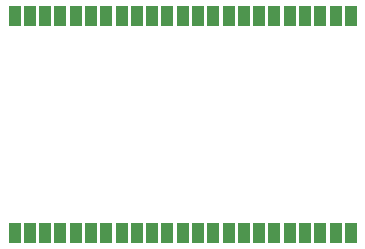
<source format=gbs>
G04*
G04 #@! TF.GenerationSoftware,Altium Limited,Altium Designer,20.0.2 (26)*
G04*
G04 Layer_Color=16711935*
%FSLAX25Y25*%
%MOIN*%
G70*
G01*
G75*
%ADD68R,0.03953X0.06709*%
D68*
X1969Y1181D02*
D03*
X7062D02*
D03*
X37623D02*
D03*
X32530D02*
D03*
X27436D02*
D03*
X22343D02*
D03*
X17249D02*
D03*
X12156D02*
D03*
X42717D02*
D03*
X47811D02*
D03*
X52906D02*
D03*
X83473D02*
D03*
X78378D02*
D03*
X73284D02*
D03*
X68189D02*
D03*
X63095D02*
D03*
X58000D02*
D03*
X88568D02*
D03*
X103851D02*
D03*
X93662D02*
D03*
X98757D02*
D03*
X108946D02*
D03*
X114040D02*
D03*
Y73622D02*
D03*
X108947D02*
D03*
X78386D02*
D03*
X83479D02*
D03*
X88573D02*
D03*
X93666D02*
D03*
X98760D02*
D03*
X103853D02*
D03*
X73292D02*
D03*
X68198D02*
D03*
X63103D02*
D03*
X32536D02*
D03*
X37630D02*
D03*
X42725D02*
D03*
X47820D02*
D03*
X52914D02*
D03*
X58009D02*
D03*
X27441D02*
D03*
X12157D02*
D03*
X22347D02*
D03*
X17252D02*
D03*
X7063D02*
D03*
X1969D02*
D03*
M02*

</source>
